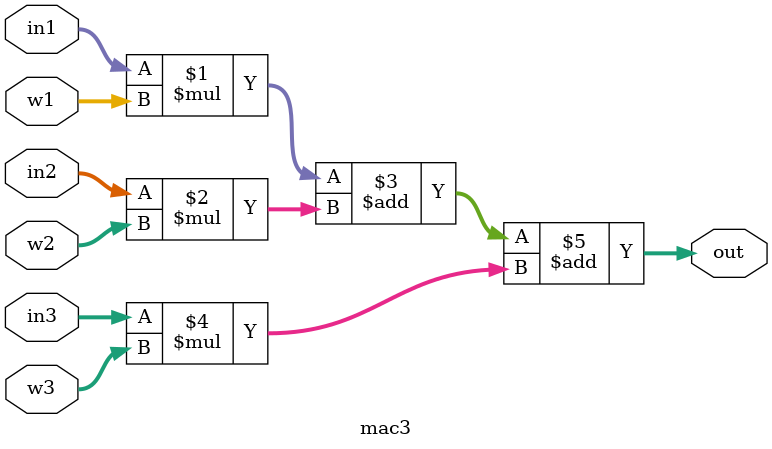
<source format=v>
module mac3(
    input [7:0] in1,
    input [7:0] in2,
    input [7:0] in3,
    input [7:0] w1,
    input [7:0] w2,
    input [7:0] w3,
    output [15:0] out
);
assign out = (in1 * w1) + (in2 * w2) + (in3 * w3);
endmodule

</source>
